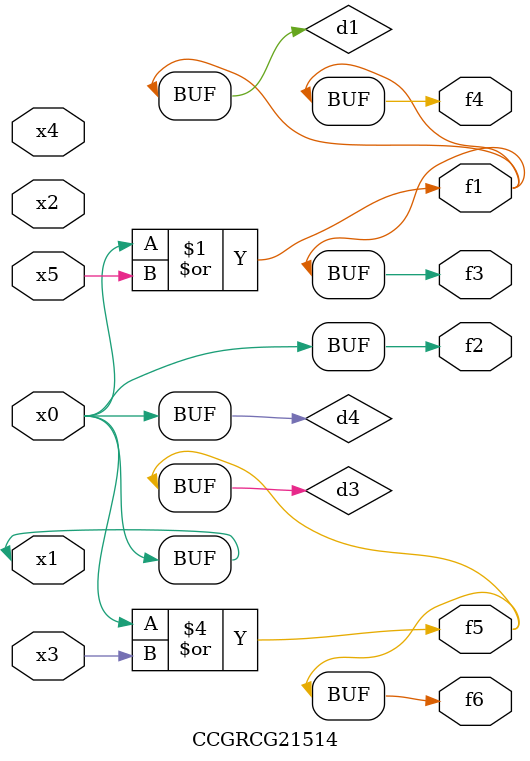
<source format=v>
module CCGRCG21514(
	input x0, x1, x2, x3, x4, x5,
	output f1, f2, f3, f4, f5, f6
);

	wire d1, d2, d3, d4;

	or (d1, x0, x5);
	xnor (d2, x1, x4);
	or (d3, x0, x3);
	buf (d4, x0, x1);
	assign f1 = d1;
	assign f2 = d4;
	assign f3 = d1;
	assign f4 = d1;
	assign f5 = d3;
	assign f6 = d3;
endmodule

</source>
